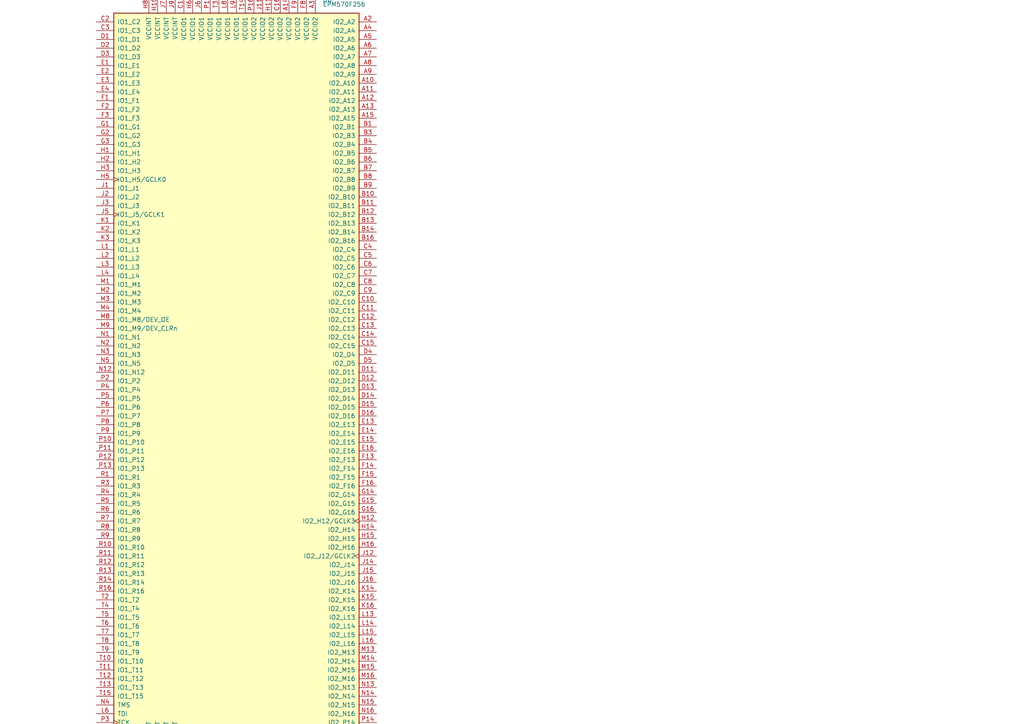
<source format=kicad_sch>
(kicad_sch (version 20250114) (generator "eeschema") (generator_version "9.0")
  (paper "A4")
  (lib_symbols
    (symbol "CPLD_Altera:EPM570F256" (pin_names (offset 1.016))
      (property "Reference" "U" (at 25.4 107.95 0))
      (property "Value" "EPM570F256" (at 25.4 -107.95 0))
      (symbol "EPM570F256_1_1"
        (rectangle (start -35.56 106.68) (end 35.56 -106.68) (stroke (width 0.254)) (fill (type background)))
        (pin bidirectional line (at -40.64 104.14 0) (length 5.08) (name "IO1_C2") (number "C2"))
        (pin bidirectional line (at -40.64 101.6 0) (length 5.08) (name "IO1_C3") (number "C3"))
        (pin bidirectional line (at -40.64 99.06 0) (length 5.08) (name "IO1_D1") (number "D1"))
        (pin bidirectional line (at -40.64 96.52 0) (length 5.08) (name "IO1_D2") (number "D2"))
        (pin bidirectional line (at -40.64 93.98 0) (length 5.08) (name "IO1_D3") (number "D3"))
        (pin bidirectional line (at -40.64 91.44 0) (length 5.08) (name "IO1_E1") (number "E1"))
        (pin bidirectional line (at -40.64 88.9 0) (length 5.08) (name "IO1_E2") (number "E2"))
        (pin bidirectional line (at -40.64 86.36 0) (length 5.08) (name "IO1_E3") (number "E3"))
        (pin bidirectional line (at -40.64 83.82 0) (length 5.08) (name "IO1_E4") (number "E4"))
        (pin bidirectional line (at -40.64 81.28 0) (length 5.08) (name "IO1_F1") (number "F1"))
        (pin bidirectional line (at -40.64 78.74 0) (length 5.08) (name "IO1_F2") (number "F2"))
        (pin bidirectional line (at -40.64 76.2 0) (length 5.08) (name "IO1_F3") (number "F3"))
        (pin bidirectional line (at -40.64 73.66 0) (length 5.08) (name "IO1_G1") (number "G1"))
        (pin bidirectional line (at -40.64 71.12 0) (length 5.08) (name "IO1_G2") (number "G2"))
        (pin bidirectional line (at -40.64 68.58 0) (length 5.08) (name "IO1_G3") (number "G3"))
        (pin bidirectional line (at -40.64 66.04 0) (length 5.08) (name "IO1_H1") (number "H1"))
        (pin bidirectional line (at -40.64 63.5 0) (length 5.08) (name "IO1_H2") (number "H2"))
        (pin bidirectional line (at -40.64 60.96 0) (length 5.08) (name "IO1_H3") (number "H3"))
        (pin bidirectional clock (at -40.64 58.42 0) (length 5.08) (name "IO1_H5/GCLK0") (number "H5"))
        (pin bidirectional line (at -40.64 55.88 0) (length 5.08) (name "IO1_J1") (number "J1"))
        (pin bidirectional line (at -40.64 53.34 0) (length 5.08) (name "IO1_J2") (number "J2"))
        (pin bidirectional line (at -40.64 50.8 0) (length 5.08) (name "IO1_J3") (number "J3"))
        (pin bidirectional clock (at -40.64 48.26 0) (length 5.08) (name "IO1_J5/GCLK1") (number "J5"))
        (pin bidirectional line (at -40.64 45.72 0) (length 5.08) (name "IO1_K1") (number "K1"))
        (pin bidirectional line (at -40.64 43.18 0) (length 5.08) (name "IO1_K2") (number "K2"))
        (pin bidirectional line (at -40.64 40.64 0) (length 5.08) (name "IO1_K3") (number "K3"))
        (pin bidirectional line (at -40.64 38.1 0) (length 5.08) (name "IO1_L1") (number "L1"))
        (pin bidirectional line (at -40.64 35.56 0) (length 5.08) (name "IO1_L2") (number "L2"))
        (pin bidirectional line (at -40.64 33.02 0) (length 5.08) (name "IO1_L3") (number "L3"))
        (pin bidirectional line (at -40.64 30.48 0) (length 5.08) (name "IO1_L4") (number "L4"))
        (pin bidirectional line (at -40.64 27.94 0) (length 5.08) (name "IO1_M1") (number "M1"))
        (pin bidirectional line (at -40.64 25.4 0) (length 5.08) (name "IO1_M2") (number "M2"))
        (pin bidirectional line (at -40.64 22.86 0) (length 5.08) (name "IO1_M3") (number "M3"))
        (pin bidirectional line (at -40.64 20.32 0) (length 5.08) (name "IO1_M4") (number "M4"))
        (pin bidirectional line (at -40.64 17.78 0) (length 5.08) (name "IO1_M8/DEV_OE") (number "M8"))
        (pin bidirectional line (at -40.64 15.24 0) (length 5.08) (name "IO1_M9/DEV_CLRn") (number "M9"))
        (pin bidirectional line (at -40.64 12.7 0) (length 5.08) (name "IO1_N1") (number "N1"))
        (pin bidirectional line (at -40.64 10.16 0) (length 5.08) (name "IO1_N2") (number "N2"))
        (pin bidirectional line (at -40.64 7.62 0) (length 5.08) (name "IO1_N3") (number "N3"))
        (pin bidirectional line (at -40.64 5.08 0) (length 5.08) (name "IO1_N5") (number "N5"))
        (pin bidirectional line (at -40.64 2.54 0) (length 5.08) (name "IO1_N12") (number "N12"))
        (pin bidirectional line (at -40.64 0 0) (length 5.08) (name "IO1_P2") (number "P2"))
        (pin bidirectional line (at -40.64 -2.54 0) (length 5.08) (name "IO1_P4") (number "P4"))
        (pin bidirectional line (at -40.64 -5.08 0) (length 5.08) (name "IO1_P5") (number "P5"))
        (pin bidirectional line (at -40.64 -7.62 0) (length 5.08) (name "IO1_P6") (number "P6"))
        (pin bidirectional line (at -40.64 -10.16 0) (length 5.08) (name "IO1_P7") (number "P7"))
        (pin bidirectional line (at -40.64 -12.7 0) (length 5.08) (name "IO1_P8") (number "P8"))
        (pin bidirectional line (at -40.64 -15.24 0) (length 5.08) (name "IO1_P9") (number "P9"))
        (pin bidirectional line (at -40.64 -17.78 0) (length 5.08) (name "IO1_P10") (number "P10"))
        (pin bidirectional line (at -40.64 -20.32 0) (length 5.08) (name "IO1_P11") (number "P11"))
        (pin bidirectional line (at -40.64 -22.86 0) (length 5.08) (name "IO1_P12") (number "P12"))
        (pin bidirectional line (at -40.64 -25.4 0) (length 5.08) (name "IO1_P13") (number "P13"))
        (pin bidirectional line (at -40.64 -27.94 0) (length 5.08) (name "IO1_R1") (number "R1"))
        (pin bidirectional line (at -40.64 -30.48 0) (length 5.08) (name "IO1_R3") (number "R3"))
        (pin bidirectional line (at -40.64 -33.02 0) (length 5.08) (name "IO1_R4") (number "R4"))
        (pin bidirectional line (at -40.64 -35.56 0) (length 5.08) (name "IO1_R5") (number "R5"))
        (pin bidirectional line (at -40.64 -38.1 0) (length 5.08) (name "IO1_R6") (number "R6"))
        (pin bidirectional line (at -40.64 -40.64 0) (length 5.08) (name "IO1_R7") (number "R7"))
        (pin bidirectional line (at -40.64 -43.18 0) (length 5.08) (name "IO1_R8") (number "R8"))
        (pin bidirectional line (at -40.64 -45.72 0) (length 5.08) (name "IO1_R9") (number "R9"))
        (pin bidirectional line (at -40.64 -48.26 0) (length 5.08) (name "IO1_R10") (number "R10"))
        (pin bidirectional line (at -40.64 -50.8 0) (length 5.08) (name "IO1_R11") (number "R11"))
        (pin bidirectional line (at -40.64 -53.34 0) (length 5.08) (name "IO1_R12") (number "R12"))
        (pin bidirectional line (at -40.64 -55.88 0) (length 5.08) (name "IO1_R13") (number "R13"))
        (pin bidirectional line (at -40.64 -58.42 0) (length 5.08) (name "IO1_R14") (number "R14"))
        (pin bidirectional line (at -40.64 -60.96 0) (length 5.08) (name "IO1_R16") (number "R16"))
        (pin bidirectional line (at -40.64 -63.5 0) (length 5.08) (name "IO1_T2") (number "T2"))
        (pin bidirectional line (at -40.64 -66.04 0) (length 5.08) (name "IO1_T4") (number "T4"))
        (pin bidirectional line (at -40.64 -68.58 0) (length 5.08) (name "IO1_T5") (number "T5"))
        (pin bidirectional line (at -40.64 -71.12 0) (length 5.08) (name "IO1_T6") (number "T6"))
        (pin bidirectional line (at -40.64 -73.66 0) (length 5.08) (name "IO1_T7") (number "T7"))
        (pin bidirectional line (at -40.64 -76.2 0) (length 5.08) (name "IO1_T8") (number "T8"))
        (pin bidirectional line (at -40.64 -78.74 0) (length 5.08) (name "IO1_T9") (number "T9"))
        (pin bidirectional line (at -40.64 -81.28 0) (length 5.08) (name "IO1_T10") (number "T10"))
        (pin bidirectional line (at -40.64 -83.82 0) (length 5.08) (name "IO1_T11") (number "T11"))
        (pin bidirectional line (at -40.64 -86.36 0) (length 5.08) (name "IO1_T12") (number "T12"))
        (pin bidirectional line (at -40.64 -88.9 0) (length 5.08) (name "IO1_T13") (number "T13"))
        (pin bidirectional line (at -40.64 -91.44 0) (length 5.08) (name "IO1_T15") (number "T15"))
        (pin input line (at -40.64 -93.98 0) (length 5.08) (name "TMS") (number "N4"))
        (pin input line (at -40.64 -96.52 0) (length 5.08) (name "TDI") (number "L6"))
        (pin input clock (at -40.64 -99.06 0) (length 5.08) (name "TCK") (number "P3"))
        (pin output line (at -40.64 -101.6 0) (length 5.08) (name "TDO") (number "M5"))
        (pin power_in line (at -25.4 111.76 270) (length 5.08) (name "VCCINT") (number "H8"))
        (pin power_in line (at -25.4 -111.76 90) (length 5.08) (name "GNDINT") (number "H7"))
        (pin power_in line (at -22.86 111.76 270) (length 5.08) (name "VCCINT") (number "H10"))
        (pin power_in line (at -22.86 -111.76 90) (length 5.08) (name "GNDINT") (number "H9"))
        (pin power_in line (at -20.32 111.76 270) (length 5.08) (name "VCCINT") (number "J7"))
        (pin power_in line (at -20.32 -111.76 90) (length 5.08) (name "GNDINT") (number "J8"))
        (pin power_in line (at -17.78 111.76 270) (length 5.08) (name "VCCINT") (number "J9"))
        (pin power_in line (at -17.78 -111.76 90) (length 5.08) (name "GNDINT") (number "J10"))
        (pin power_in line (at -15.24 111.76 270) (length 5.08) (name "VCCIO1") (number "C1"))
        (pin power_in line (at -15.24 -111.76 90) (length 5.08) (name "GNDIO") (number "A1"))
        (pin power_in line (at -12.7 111.76 270) (length 5.08) (name "VCCIO1") (number "H6"))
        (pin power_in line (at -12.7 -111.76 90) (length 5.08) (name "GNDIO") (number "A16"))
        (pin power_in line (at -10.16 111.76 270) (length 5.08) (name "VCCIO1") (number "J6"))
        (pin power_in line (at -10.16 -111.76 90) (length 5.08) (name "GNDIO") (number "B2"))
        (pin power_in line (at -7.62 111.76 270) (length 5.08) (name "VCCIO1") (number "P1"))
        (pin power_in line (at -7.62 -111.76 90) (length 5.08) (name "GNDIO") (number "B15"))
        (pin power_in line (at -5.08 111.76 270) (length 5.08) (name "VCCIO1") (number "T3"))
        (pin power_in line (at -5.08 -111.76 90) (length 5.08) (name "GNDIO") (number "G7"))
        (pin power_in line (at -2.54 111.76 270) (length 5.08) (name "VCCIO1") (number "L8"))
        (pin power_in line (at -2.54 -111.76 90) (length 5.08) (name "GNDIO") (number "G8"))
        (pin power_in line (at 0 111.76 270) (length 5.08) (name "VCCIO1") (number "L9"))
        (pin power_in line (at 0 -111.76 90) (length 5.08) (name "GNDIO") (number "G9"))
        (pin power_in line (at 2.54 111.76 270) (length 5.08) (name "VCCIO1") (number "T14"))
        (pin power_in line (at 2.54 -111.76 90) (length 5.08) (name "GNDIO") (number "G10"))
        (pin power_in line (at 5.08 111.76 270) (length 5.08) (name "VCCIO2") (number "P16"))
        (pin power_in line (at 5.08 -111.76 90) (length 5.08) (name "GNDIO") (number "K7"))
        (pin power_in line (at 7.62 111.76 270) (length 5.08) (name "VCCIO2") (number "J11"))
        (pin power_in line (at 7.62 -111.76 90) (length 5.08) (name "GNDIO") (number "K8"))
        (pin power_in line (at 10.16 111.76 270) (length 5.08) (name "VCCIO2") (number "H11"))
        (pin power_in line (at 10.16 -111.76 90) (length 5.08) (name "GNDIO") (number "K9"))
        (pin power_in line (at 12.7 111.76 270) (length 5.08) (name "VCCIO2") (number "C16"))
        (pin power_in line (at 12.7 -111.76 90) (length 5.08) (name "GNDIO") (number "K10"))
        (pin power_in line (at 15.24 111.76 270) (length 5.08) (name "VCCIO2") (number "A14"))
        (pin power_in line (at 15.24 -111.76 90) (length 5.08) (name "GNDIO") (number "R2"))
        (pin power_in line (at 17.78 111.76 270) (length 5.08) (name "VCCIO2") (number "F9"))
        (pin power_in line (at 17.78 -111.76 90) (length 5.08) (name "GNDIO") (number "R15"))
        (pin power_in line (at 20.32 111.76 270) (length 5.08) (name "VCCIO2") (number "F8"))
        (pin power_in line (at 20.32 -111.76 90) (length 5.08) (name "GNDIO") (number "T1"))
        (pin power_in line (at 22.86 111.76 270) (length 5.08) (name "VCCIO2") (number "A3"))
        (pin power_in line (at 22.86 -111.76 90) (length 5.08) (name "GNDIO") (number "T16"))
        (pin bidirectional line (at 40.64 104.14 180) (length 5.08) (name "IO2_A2") (number "A2"))
        (pin bidirectional line (at 40.64 101.6 180) (length 5.08) (name "IO2_A4") (number "A4"))
        (pin bidirectional line (at 40.64 99.06 180) (length 5.08) (name "IO2_A5") (number "A5"))
        (pin bidirectional line (at 40.64 96.52 180) (length 5.08) (name "IO2_A6") (number "A6"))
        (pin bidirectional line (at 40.64 93.98 180) (length 5.08) (name "IO2_A7") (number "A7"))
        (pin bidirectional line (at 40.64 91.44 180) (length 5.08) (name "IO2_A8") (number "A8"))
        (pin bidirectional line (at 40.64 88.9 180) (length 5.08) (name "IO2_A9") (number "A9"))
        (pin bidirectional line (at 40.64 86.36 180) (length 5.08) (name "IO2_A10") (number "A10"))
        (pin bidirectional line (at 40.64 83.82 180) (length 5.08) (name "IO2_A11") (number "A11"))
        (pin bidirectional line (at 40.64 81.28 180) (length 5.08) (name "IO2_A12") (number "A12"))
        (pin bidirectional line (at 40.64 78.74 180) (length 5.08) (name "IO2_A13") (number "A13"))
        (pin bidirectional line (at 40.64 76.2 180) (length 5.08) (name "IO2_A15") (number "A15"))
        (pin bidirectional line (at 40.64 73.66 180) (length 5.08) (name "IO2_B1") (number "B1"))
        (pin bidirectional line (at 40.64 71.12 180) (length 5.08) (name "IO2_B3") (number "B3"))
        (pin bidirectional line (at 40.64 68.58 180) (length 5.08) (name "IO2_B4") (number "B4"))
        (pin bidirectional line (at 40.64 66.04 180) (length 5.08) (name "IO2_B5") (number "B5"))
        (pin bidirectional line (at 40.64 63.5 180) (length 5.08) (name "IO2_B6") (number "B6"))
        (pin bidirectional line (at 40.64 60.96 180) (length 5.08) (name "IO2_B7") (number "B7"))
        (pin bidirectional line (at 40.64 58.42 180) (length 5.08) (name "IO2_B8") (number "B8"))
        (pin bidirectional line (at 40.64 55.88 180) (length 5.08) (name "IO2_B9") (number "B9"))
        (pin bidirectional line (at 40.64 53.34 180) (length 5.08) (name "IO2_B10") (number "B10"))
        (pin bidirectional line (at 40.64 50.8 180) (length 5.08) (name "IO2_B11") (number "B11"))
        (pin bidirectional line (at 40.64 48.26 180) (length 5.08) (name "IO2_B12") (number "B12"))
        (pin bidirectional line (at 40.64 45.72 180) (length 5.08) (name "IO2_B13") (number "B13"))
        (pin bidirectional line (at 40.64 43.18 180) (length 5.08) (name "IO2_B14") (number "B14"))
        (pin bidirectional line (at 40.64 40.64 180) (length 5.08) (name "IO2_B16") (number "B16"))
        (pin bidirectional line (at 40.64 38.1 180) (length 5.08) (name "IO2_C4") (number "C4"))
        (pin bidirectional line (at 40.64 35.56 180) (length 5.08) (name "IO2_C5") (number "C5"))
        (pin bidirectional line (at 40.64 33.02 180) (length 5.08) (name "IO2_C6") (number "C6"))
        (pin bidirectional line (at 40.64 30.48 180) (length 5.08) (name "IO2_C7") (number "C7"))
        (pin bidirectional line (at 40.64 27.94 180) (length 5.08) (name "IO2_C8") (number "C8"))
        (pin bidirectional line (at 40.64 25.4 180) (length 5.08) (name "IO2_C9") (number "C9"))
        (pin bidirectional line (at 40.64 22.86 180) (length 5.08) (name "IO2_C10") (number "C10"))
        (pin bidirectional line (at 40.64 20.32 180) (length 5.08) (name "IO2_C11") (number "C11"))
        (pin bidirectional line (at 40.64 17.78 180) (length 5.08) (name "IO2_C12") (number "C12"))
        (pin bidirectional line (at 40.64 15.24 180) (length 5.08) (name "IO2_C13") (number "C13"))
        (pin bidirectional line (at 40.64 12.7 180) (length 5.08) (name "IO2_C14") (number "C14"))
        (pin bidirectional line (at 40.64 10.16 180) (length 5.08) (name "IO2_C15") (number "C15"))
        (pin bidirectional line (at 40.64 7.62 180) (length 5.08) (name "IO2_D4") (number "D4"))
        (pin bidirectional line (at 40.64 5.08 180) (length 5.08) (name "IO2_D5") (number "D5"))
        (pin bidirectional line (at 40.64 2.54 180) (length 5.08) (name "IO2_D11") (number "D11"))
        (pin bidirectional line (at 40.64 0 180) (length 5.08) (name "IO2_D12") (number "D12"))
        (pin bidirectional line (at 40.64 -2.54 180) (length 5.08) (name "IO2_D13") (number "D13"))
        (pin bidirectional line (at 40.64 -5.08 180) (length 5.08) (name "IO2_D14") (number "D14"))
        (pin bidirectional line (at 40.64 -7.62 180) (length 5.08) (name "IO2_D15") (number "D15"))
        (pin bidirectional line (at 40.64 -10.16 180) (length 5.08) (name "IO2_D16") (number "D16"))
        (pin bidirectional line (at 40.64 -12.7 180) (length 5.08) (name "IO2_E13") (number "E13"))
        (pin bidirectional line (at 40.64 -15.24 180) (length 5.08) (name "IO2_E14") (number "E14"))
        (pin bidirectional line (at 40.64 -17.78 180) (length 5.08) (name "IO2_E15") (number "E15"))
        (pin bidirectional line (at 40.64 -20.32 180) (length 5.08) (name "IO2_E16") (number "E16"))
        (pin bidirectional line (at 40.64 -22.86 180) (length 5.08) (name "IO2_F13") (number "F13"))
        (pin bidirectional line (at 40.64 -25.4 180) (length 5.08) (name "IO2_F14") (number "F14"))
        (pin bidirectional line (at 40.64 -27.94 180) (length 5.08) (name "IO2_F15") (number "F15"))
        (pin bidirectional line (at 40.64 -30.48 180) (length 5.08) (name "IO2_F16") (number "F16"))
        (pin bidirectional line (at 40.64 -33.02 180) (length 5.08) (name "IO2_G14") (number "G14"))
        (pin bidirectional line (at 40.64 -35.56 180) (length 5.08) (name "IO2_G15") (number "G15"))
        (pin bidirectional line (at 40.64 -38.1 180) (length 5.08) (name "IO2_G16") (number "G16"))
        (pin bidirectional clock (at 40.64 -40.64 180) (length 5.08) (name "IO2_H12/GCLK3") (number "H12"))
        (pin bidirectional line (at 40.64 -43.18 180) (length 5.08) (name "IO2_H14") (number "H14"))
        (pin bidirectional line (at 40.64 -45.72 180) (length 5.08) (name "IO2_H15") (number "H15"))
        (pin bidirectional line (at 40.64 -48.26 180) (length 5.08) (name "IO2_H16") (number "H16"))
        (pin bidirectional clock (at 40.64 -50.8 180) (length 5.08) (name "IO2_J12/GCLK2") (number "J12"))
        (pin bidirectional line (at 40.64 -53.34 180) (length 5.08) (name "IO2_J14") (number "J14"))
        (pin bidirectional line (at 40.64 -55.88 180) (length 5.08) (name "IO2_J15") (number "J15"))
        (pin bidirectional line (at 40.64 -58.42 180) (length 5.08) (name "IO2_J16") (number "J16"))
        (pin bidirectional line (at 40.64 -60.96 180) (length 5.08) (name "IO2_K14") (number "K14"))
        (pin bidirectional line (at 40.64 -63.5 180) (length 5.08) (name "IO2_K15") (number "K15"))
        (pin bidirectional line (at 40.64 -66.04 180) (length 5.08) (name "IO2_K16") (number "K16"))
        (pin bidirectional line (at 40.64 -68.58 180) (length 5.08) (name "IO2_L13") (number "L13"))
        (pin bidirectional line (at 40.64 -71.12 180) (length 5.08) (name "IO2_L14") (number "L14"))
        (pin bidirectional line (at 40.64 -73.66 180) (length 5.08) (name "IO2_L15") (number "L15"))
        (pin bidirectional line (at 40.64 -76.2 180) (length 5.08) (name "IO2_L16") (number "L16"))
        (pin bidirectional line (at 40.64 -78.74 180) (length 5.08) (name "IO2_M13") (number "M13"))
        (pin bidirectional line (at 40.64 -81.28 180) (length 5.08) (name "IO2_M14") (number "M14"))
        (pin bidirectional line (at 40.64 -83.82 180) (length 5.08) (name "IO2_M15") (number "M15"))
        (pin bidirectional line (at 40.64 -86.36 180) (length 5.08) (name "IO2_M16") (number "M16"))
        (pin bidirectional line (at 40.64 -88.9 180) (length 5.08) (name "IO2_N13") (number "N13"))
        (pin bidirectional line (at 40.64 -91.44 180) (length 5.08) (name "IO2_N14") (number "N14"))
        (pin bidirectional line (at 40.64 -93.98 180) (length 5.08) (name "IO2_N15") (number "N15"))
        (pin bidirectional line (at 40.64 -96.52 180) (length 5.08) (name "IO2_N16") (number "N16"))
        (pin bidirectional line (at 40.64 -99.06 180) (length 5.08) (name "IO2_P14") (number "P14"))
        (pin bidirectional line (at 40.64 -101.6 180) (length 5.08) (name "IO2_P15") (number "P15"))
      )
    )
  )
  (symbol (lib_id "CPLD_Altera:EPM570F256") (at 68.58 110.49 0) (unit 1)
    (property "Reference" "U6" (at 93.5833 0 0) (effects (justify left)))
    (property "Value" "EPM570F256" (at 93.5833 1.27 0) (effects (justify left)))
    (property "Footprint" "Package_BGA:BGA-256_17.0x17.0mm_Layout16x16_P1.0mm_Ball0.5mm_Pad0.4mm_NSMD" (effects (hide yes)))
    (property "Datasheet" "https://www.altera.com/content/dam/altera-www/global/en_US/pdfs/literature/hb/max2/max2_mii5v1.pdf" (effects (hide yes)))
    (property "Description" "Altera MAX2 CPLD with 570 LE" (effects (hide yes)))
  )
)
</source>
